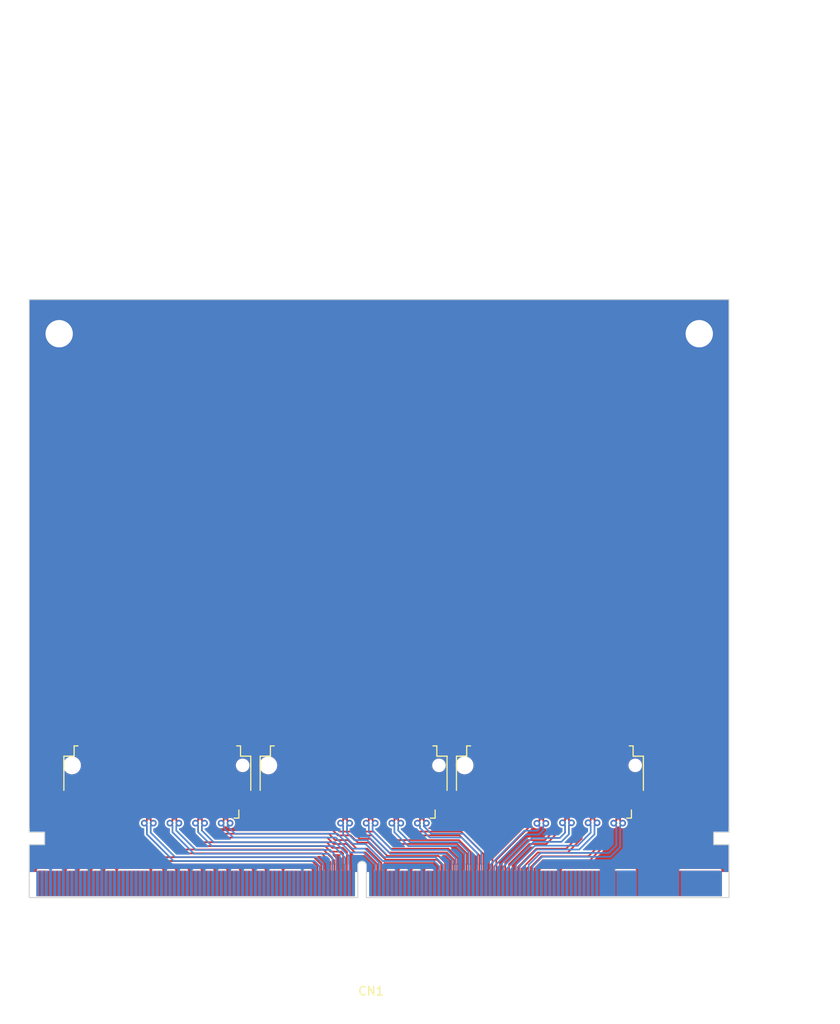
<source format=kicad_pcb>
(kicad_pcb (version 20221018) (generator pcbnew)
  (layers (0 "F.Cu" signal) (31 "B.Cu" signal) (34 "B.Paste" user) (35 "F.Paste" user) (36 "B.SilkS" user "B.Silkscreen") (37 "F.SilkS" user "F.Silkscreen") (38 "B.Mask" user) (39 "F.Mask" user) (44 "Edge.Cuts" user))
  (net 0 "")
  (net 155 "Net-(J1-3.3V-Pad12)")
  (net 184 "Net-(J2-3.3V-Pad12)")
  (net 213 "Net-(J3-3.3V-Pad12)")
  (net 242 "GND")
  (net 243 "Slot3_Tx3-")
  (net 244 "Slot3_Rx3-")
  (net 245 "Slot3_Tx3+")
  (net 246 "Slot3_Rx3+")
  (net 247 "Slot3_Tx2-")
  (net 248 "Slot3_Rx2-")
  (net 249 "Slot3_Tx2+")
  (net 250 "Slot3_Rx2+")
  (net 251 "Slot3_Tx1-")
  (net 252 "Slot3_Rx1-")
  (net 253 "Slot3_Tx1+")
  (net 254 "Slot3_Rx1+")
  (net 255 "Slot3_Tx0-")
  (net 256 "Slot3_Rx0-")
  (net 257 "Slot3_Tx0+")
  (net 258 "Slot3_Rx0+")
  (net 259 "Slot2_Tx3-")
  (net 260 "Slot2_Rx3-")
  (net 261 "Slot2_Tx3+")
  (net 262 "Slot2_Rx3+")
  (net 263 "Slot2_Tx2-")
  (net 264 "Slot2_Rx2-")
  (net 265 "Slot2_Tx2+")
  (net 266 "Slot2_Rx2+")
  (net 267 "Slot2_Tx1-")
  (net 268 "Slot2_Rx1-")
  (net 269 "Slot2_Tx1+")
  (net 270 "Slot2_Rx1+")
  (net 271 "Slot2_Tx0-")
  (net 272 "Slot2_Rx0-")
  (net 273 "Slot2_Tx0+")
  (net 274 "Slot2_Rx0+")
  (net 275 "Slot1_Tx3-")
  (net 276 "Slot1_Rx3-")
  (net 277 "Slot1_Tx3+")
  (net 278 "Slot1_Rx3+")
  (net 279 "Slot1_Rx2-")
  (net 280 "Slot1_Tx2-")
  (net 281 "Slot1_Rx2+")
  (net 282 "Slot1_Tx2+")
  (net 283 "Slot1_Rx1-")
  (net 284 "Slot1_Tx1-")
  (net 285 "Slot1_Rx1+")
  (net 286 "Slot1_Tx1+")
  (net 287 "Slot1_Rx0-")
  (net 288 "Slot1_Tx0-")
  (net 289 "Slot1_Rx0+")
  (net 290 "Slot1_Tx0+")
  (footprint "A_my_stuff:m-key" (layer "F.Cu") (at 88 132.5 180)
    (fp_text reference "J2")
    (fp_text value "Bus_M.2_Socket_M")
  )
  (footprint "MountingHole:MountingHole_3.2mm_M3_DIN965_Pad_TopBottom" (layer "F.Cu") (at 53.5 82)
    (fp_text reference "H1" hide)
    (fp_text value "MountingHole_Pad")
  )
  (footprint "MountingHole:MountingHole_3.2mm_M3_DIN965_Pad_TopBottom" (layer "F.Cu") (at 128.5 82)
    (fp_text reference "H2" hide)
    (fp_text value "MountingHole_Pad")
  )
  (footprint "A_my_stuff:m-key" (layer "F.Cu") (at 111 132.5 180)
    (fp_text reference "J3")
    (fp_text value "Bus_M.2_Socket_M")
  )
  (footprint "A_my_stuff:MXM-edge" (layer "F.Cu") (at 94.49 159.25)
    (fp_text reference "CN1")
    (fp_text value "AS0B826-S78B-7H")
    (fp_line (start -44.5 -18.9) (end -44.5 -19.4) (stroke (width 0.12)) (layer "Edge.Cuts"))
    (fp_line (start -44.5 -17.45) (end -42.7 -17.45) (stroke (width 0.12)) (layer "Edge.Cuts"))
    (fp_line (start -44.5 -11.25) (end -44.5 -17.45) (stroke (width 0.12)) (layer "Edge.Cuts"))
    (fp_line (start -42.7 -18.9) (end -44.5 -18.9) (stroke (width 0.12)) (layer "Edge.Cuts"))
    (fp_line (start -42.7 -17.45) (end -42.7 -18.9) (stroke (width 0.12)) (layer "Edge.Cuts"))
    (fp_line (start -6 -11.25) (end -44.5 -11.25) (stroke (width 0.12)) (layer "Edge.Cuts"))
    (fp_line (start -6 -11.25) (end -6 -15) (stroke (width 0.12)) (layer "Edge.Cuts"))
    (fp_line (start -5 -11.25) (end -5 -15) (stroke (width 0.12)) (layer "Edge.Cuts"))
    (fp_line (start 35.7 -18.9) (end 37.5 -18.9) (stroke (width 0.12)) (layer "Edge.Cuts"))
    (fp_line (start 35.7 -17.45) (end 35.7 -18.9) (stroke (width 0.12)) (layer "Edge.Cuts"))
    (fp_line (start 37.5 -18.9) (end 37.5 -19.4) (stroke (width 0.12)) (layer "Edge.Cuts"))
    (fp_line (start 37.5 -17.45) (end 35.7 -17.45) (stroke (width 0.12)) (layer "Edge.Cuts"))
    (fp_line (start 37.5 -11.25) (end -5 -11.25) (stroke (width 0.12)) (layer "Edge.Cuts"))
    (fp_line (start 37.5 -11.25) (end 37.5 -17.45) (stroke (width 0.12)) (layer "Edge.Cuts"))
    (fp_arc (start -6 -15) (mid -5.5 -15.5) (end -5 -15) (stroke (width 0.12)) (layer "Edge.Cuts"))
  )
  (footprint "A_my_stuff:m-key" (layer "F.Cu") (at 65 132.5 180)
    (fp_text reference "J1")
    (fp_text value "Bus_M.2_Socket_M")
  )
  (gr_line (start 49.99 139.85) (end 49.99 78) (stroke (width 0.1)) (layer "Edge.Cuts"))
  (gr_line (start 131.99 78) (end 131.99 139.85) (stroke (width 0.1)) (layer "Edge.Cuts"))
  (gr_line (start 49.99 78) (end 131.99 78) (stroke (width 0.1)) (layer "Edge.Cuts"))
  (segment (start 117.75 137.775) (end 117.75 138.937501) (width 0.2) (layer "F.Cu") (net 243))
  (segment (start 117.725 138.962501) (end 117.725 141.5932) (width 0.2) (layer "F.Cu") (net 243))
  (segment (start 117.725 141.5932) (end 115.698211 143.619989) (width 0.2) (layer "F.Cu") (net 243))
  (segment (start 110.198211 143.619989) (end 109.215 144.6032) (width 0.2) (layer "F.Cu") (net 243))
  (segment (start 109.215 145) (end 109.24 145.025) (width 0.2) (layer "F.Cu") (net 243))
  (segment (start 109.24 145.025) (end 109.24 146.35) (width 0.2) (layer "F.Cu") (net 243))
  (segment (start 109.215 144.6032) (end 109.215 145) (width 0.2) (layer "F.Cu") (net 243))
  (segment (start 115.698211 143.619989) (end 110.198211 143.619989) (width 0.2) (layer "F.Cu") (net 243))
  (segment (start 117.75 138.937501) (end 117.725 138.962501) (width 0.2) (layer "F.Cu") (net 243))
  (segment (start 119.225001 138.989292) (end 119.525 139.289291) (width 0.2) (layer "F.Cu") (net 244))
  (segment (start 119.25 137.775) (end 119.225001 137.799999) (width 0.2) (layer "F.Cu") (net 244))
  (segment (start 119.225001 137.799999) (end 119.225001 138.989292) (width 0.2) (layer "F.Cu") (net 244))
  (via (at 119.525 139.289291) (size 0.8) (drill 0.4) (layers "F.Cu" "B.Cu") (net 244))
  (segment (start 108.99 146.35) (end 108.99 145.025) (width 0.2) (layer "B.Cu") (net 244))
  (segment (start 119.225001 139.58929) (end 119.525 139.289291) (width 0.2) (layer "B.Cu") (net 244))
  (segment (start 119.225001 142.093199) (end 119.225001 139.58929) (width 0.2) (layer "B.Cu") (net 244))
  (segment (start 108.965 144.3532) (end 110.0932 143.225) (width 0.2) (layer "B.Cu") (net 244))
  (segment (start 108.965 145) (end 108.965 144.3532) (width 0.2) (layer "B.Cu") (net 244))
  (segment (start 108.99 145.025) (end 108.965 145) (width 0.2) (layer "B.Cu") (net 244))
  (segment (start 118.0932 143.225) (end 119.225001 142.093199) (width 0.2) (layer "B.Cu") (net 244))
  (segment (start 110.0932 143.225) (end 118.0932 143.225) (width 0.2) (layer "B.Cu") (net 244))
  (segment (start 117.25 137.775) (end 117.25 138.937501) (width 0.2) (layer "F.Cu") (net 245))
  (segment (start 117.25 138.937501) (end 117.275 138.962501) (width 0.2) (layer "F.Cu") (net 245))
  (segment (start 108.74 145.025) (end 108.74 146.35) (width 0.2) (layer "F.Cu") (net 245))
  (segment (start 117.275 138.962501) (end 117.275 141.4068) (width 0.2) (layer "F.Cu") (net 245))
  (segment (start 115.511811 143.169989) (end 110.011811 143.169989) (width 0.2) (layer "F.Cu") (net 245))
  (segment (start 117.275 141.4068) (end 115.511811 143.169989) (width 0.2) (layer "F.Cu") (net 245))
  (segment (start 108.765 144.4168) (end 108.765 145) (width 0.2) (layer "F.Cu") (net 245))
  (segment (start 110.011811 143.169989) (end 108.765 144.4168) (width 0.2) (layer "F.Cu") (net 245))
  (segment (start 108.765 145) (end 108.74 145.025) (width 0.2) (layer "F.Cu") (net 245))
  (segment (start 118.774999 138.989292) (end 118.475 139.289291) (width 0.2) (layer "F.Cu") (net 246))
  (segment (start 118.774999 137.799999) (end 118.774999 138.989292) (width 0.2) (layer "F.Cu") (net 246))
  (segment (start 118.75 137.775) (end 118.774999 137.799999) (width 0.2) (layer "F.Cu") (net 246))
  (via (at 118.475 139.289291) (size 0.8) (drill 0.4) (layers "F.Cu" "B.Cu") (net 246))
  (segment (start 108.515 144.1668) (end 109.9068 142.775) (width 0.2) (layer "B.Cu") (net 246))
  (segment (start 108.49 146.35) (end 108.49 145.025) (width 0.2) (layer "B.Cu") (net 246))
  (segment (start 117.9068 142.775) (end 118.774999 141.906801) (width 0.2) (layer "B.Cu") (net 246))
  (segment (start 118.774999 141.906801) (end 118.774999 139.58929) (width 0.2) (layer "B.Cu") (net 246))
  (segment (start 109.9068 142.775) (end 117.9068 142.775) (width 0.2) (layer "B.Cu") (net 246))
  (segment (start 108.49 145.025) (end 108.515 145) (width 0.2) (layer "B.Cu") (net 246))
  (segment (start 118.774999 139.58929) (end 118.475 139.289291) (width 0.2) (layer "B.Cu") (net 246))
  (segment (start 108.515 145) (end 108.515 144.1668) (width 0.2) (layer "B.Cu") (net 246))
  (segment (start 107.74 145.025) (end 107.715 145) (width 0.2) (layer "F.Cu") (net 247))
  (segment (start 114.725 141.0932) (end 114.725 138.962501) (width 0.2) (layer "F.Cu") (net 247))
  (segment (start 113.0932 142.725) (end 114.725 141.0932) (width 0.2) (layer "F.Cu") (net 247))
  (segment (start 107.715 144.6032) (end 109.5932 142.725) (width 0.2) (layer "F.Cu") (net 247))
  (segment (start 109.5932 142.725) (end 113.0932 142.725) (width 0.2) (layer "F.Cu") (net 247))
  (segment (start 107.74 146.35) (end 107.74 145.025) (width 0.2) (layer "F.Cu") (net 247))
  (segment (start 114.725 138.962501) (end 114.75 138.937501) (width 0.2) (layer "F.Cu") (net 247))
  (segment (start 114.75 138.937501) (end 114.75 137.775) (width 0.2) (layer "F.Cu") (net 247))
  (segment (start 107.715 145) (end 107.715 144.6032) (width 0.2) (layer "F.Cu") (net 247))
  (segment (start 116.25 137.775) (end 116.225001 137.799999) (width 0.2) (layer "F.Cu") (net 248))
  (segment (start 116.225001 138.950001) (end 116.525 139.25) (width 0.2) (layer "F.Cu") (net 248))
  (segment (start 116.225001 137.799999) (end 116.225001 138.950001) (width 0.2) (layer "F.Cu") (net 248))
  (via (at 116.525 139.25) (size 0.8) (drill 0.4) (layers "F.Cu" "B.Cu") (net 248))
  (segment (start 107.49 145.025) (end 107.465 145) (width 0.2) (layer "B.Cu") (net 248))
  (segment (start 116.225001 140.593199) (end 116.225001 139.549999) (width 0.2) (layer "B.Cu") (net 248))
  (segment (start 109.4427 142.3755) (end 114.4427 142.3755) (width 0.2) (layer "B.Cu") (net 248))
  (segment (start 116.225001 139.549999) (end 116.525 139.25) (width 0.2) (layer "B.Cu") (net 248))
  (segment (start 107.465 144.3532) (end 109.4427 142.3755) (width 0.2) (layer "B.Cu") (net 248))
  (segment (start 114.4427 142.3755) (end 116.225001 140.593199) (width 0.2) (layer "B.Cu") (net 248))
  (segment (start 107.465 145) (end 107.465 144.3532) (width 0.2) (layer "B.Cu") (net 248))
  (segment (start 107.49 146.35) (end 107.49 145.025) (width 0.2) (layer "B.Cu") (net 248))
  (segment (start 107.265 145) (end 107.265 144.4168) (width 0.2) (layer "F.Cu") (net 249))
  (segment (start 114.25 138.937501) (end 114.25 137.775) (width 0.2) (layer "F.Cu") (net 249))
  (segment (start 112.9068 142.275) (end 114.275 140.9068) (width 0.2) (layer "F.Cu") (net 249))
  (segment (start 114.275 140.9068) (end 114.275 138.962501) (width 0.2) (layer "F.Cu") (net 249))
  (segment (start 107.24 146.35) (end 107.24 145.025) (width 0.2) (layer "F.Cu") (net 249))
  (segment (start 114.275 138.962501) (end 114.25 138.937501) (width 0.2) (layer "F.Cu") (net 249))
  (segment (start 107.24 145.025) (end 107.265 145) (width 0.2) (layer "F.Cu") (net 249))
  (segment (start 109.4068 142.275) (end 112.9068 142.275) (width 0.2) (layer "F.Cu") (net 249))
  (segment (start 107.265 144.4168) (end 109.4068 142.275) (width 0.2) (layer "F.Cu") (net 249))
  (segment (start 115.774999 137.799999) (end 115.774999 138.950001) (width 0.2) (layer "F.Cu") (net 250))
  (segment (start 115.774999 138.950001) (end 115.475 139.25) (width 0.2) (layer "F.Cu") (net 250))
  (segment (start 115.75 137.775) (end 115.774999 137.799999) (width 0.2) (layer "F.Cu") (net 250))
  (via (at 115.475 139.25) (size 0.8) (drill 0.4) (layers "F.Cu" "B.Cu") (net 250))
  (segment (start 114.2563 141.9255) (end 115.774999 140.406801) (width 0.2) (layer "B.Cu") (net 250))
  (segment (start 115.774999 140.406801) (end 115.774999 139.549999) (width 0.2) (layer "B.Cu") (net 250))
  (segment (start 107.015 144.1668) (end 109.2563 141.9255) (width 0.2) (layer "B.Cu") (net 250))
  (segment (start 106.99 145.025) (end 107.015 145) (width 0.2) (layer "B.Cu") (net 250))
  (segment (start 115.774999 139.549999) (end 115.475 139.25) (width 0.2) (layer "B.Cu") (net 250))
  (segment (start 107.015 145) (end 107.015 144.1668) (width 0.2) (layer "B.Cu") (net 250))
  (segment (start 106.99 146.35) (end 106.99 145.025) (width 0.2) (layer "B.Cu") (net 250))
  (segment (start 109.2563 141.9255) (end 114.2563 141.9255) (width 0.2) (layer "B.Cu") (net 250))
  (segment (start 111.725 138.962501) (end 111.75 138.937501) (width 0.2) (layer "F.Cu") (net 251))
  (segment (start 106.215 144.1032) (end 108.5932 141.725) (width 0.2) (layer "F.Cu") (net 251))
  (segment (start 111.75 138.937501) (end 111.75 137.775) (width 0.2) (layer "F.Cu") (net 251))
  (segment (start 108.5932 141.725) (end 110.5932 141.725) (width 0.2) (layer "F.Cu") (net 251))
  (segment (start 110.5932 141.725) (end 111.725 140.5932) (width 0.2) (layer "F.Cu") (net 251))
  (segment (start 111.725 140.5932) (end 111.725 138.962501) (width 0.2) (layer "F.Cu") (net 251))
  (segment (start 106.24 145.025) (end 106.215 145) (width 0.2) (layer "F.Cu") (net 251))
  (segment (start 106.24 146.35) (end 106.24 145.025) (width 0.2) (layer "F.Cu") (net 251))
  (segment (start 106.215 145) (end 106.215 144.1032) (width 0.2) (layer "F.Cu") (net 251))
  (segment (start 113.225001 138.950001) (end 113.525 139.25) (width 0.2) (layer "F.Cu") (net 252))
  (segment (start 113.25 137.775) (end 113.225001 137.799999) (width 0.2) (layer "F.Cu") (net 252))
  (segment (start 113.225001 137.799999) (end 113.225001 138.950001) (width 0.2) (layer "F.Cu") (net 252))
  (via (at 113.525 139.25) (size 0.8) (drill 0.4) (layers "F.Cu" "B.Cu") (net 252))
  (segment (start 109.0932 141.475) (end 112.3432 141.475) (width 0.2) (layer "B.Cu") (net 252))
  (segment (start 112.3432 141.475) (end 113.225001 140.593199) (width 0.2) (layer "B.Cu") (net 252))
  (segment (start 105.965 144.6032) (end 109.0932 141.475) (width 0.2) (layer "B.Cu") (net 252))
  (segment (start 105.965 145) (end 105.965 144.6032) (width 0.2) (layer "B.Cu") (net 252))
  (segment (start 105.99 145.025) (end 105.965 145) (width 0.2) (layer "B.Cu") (net 252))
  (segment (start 113.225001 139.549999) (end 113.525 139.25) (width 0.2) (layer "B.Cu") (net 252))
  (segment (start 113.225001 140.593199) (end 113.225001 139.549999) (width 0.2) (layer "B.Cu") (net 252))
  (segment (start 105.99 146.35) (end 105.99 145.025) (width 0.2) (layer "B.Cu") (net 252))
  (segment (start 105.74 145.025) (end 105.765 145) (width 0.2) (layer "F.Cu") (net 253))
  (segment (start 111.275 140.4068) (end 111.275 138.962501) (width 0.2) (layer "F.Cu") (net 253))
  (segment (start 111.25 138.937501) (end 111.25 137.775) (width 0.2) (layer "F.Cu") (net 253))
  (segment (start 111.275 138.962501) (end 111.25 138.937501) (width 0.2) (layer "F.Cu") (net 253))
  (segment (start 110.4068 141.275) (end 111.275 140.4068) (width 0.2) (layer "F.Cu") (net 253))
  (segment (start 105.765 143.9168) (end 108.4068 141.275) (width 0.2) (layer "F.Cu") (net 253))
  (segment (start 105.765 145) (end 105.765 143.9168) (width 0.2) (layer "F.Cu") (net 253))
  (segment (start 108.4068 141.275) (end 110.4068 141.275) (width 0.2) (layer "F.Cu") (net 253))
  (segment (start 105.74 146.35) (end 105.74 145.025) (width 0.2) (layer "F.Cu") (net 253))
  (segment (start 112.75 137.775) (end 112.774999 137.799999) (width 0.2) (layer "F.Cu") (net 254))
  (segment (start 112.774999 138.950001) (end 112.475 139.25) (width 0.2) (layer "F.Cu") (net 254))
  (segment (start 112.774999 137.799999) (end 112.774999 138.950001) (width 0.2) (layer "F.Cu") (net 254))
  (via (at 112.475 139.25) (size 0.8) (drill 0.4) (layers "F.Cu" "B.Cu") (net 254))
  (segment (start 112.774999 140.406801) (end 112.774999 139.549999) (width 0.2) (layer "B.Cu") (net 254))
  (segment (start 105.515 144.4168) (end 108.9068 141.025) (width 0.2) (layer "B.Cu") (net 254))
  (segment (start 105.49 145.025) (end 105.515 145) (width 0.2) (layer "B.Cu") (net 254))
  (segment (start 105.49 146.35) (end 105.49 145.025) (width 0.2) (layer "B.Cu") (net 254))
  (segment (start 112.774999 139.549999) (end 112.475 139.25) (width 0.2) (layer "B.Cu") (net 254))
  (segment (start 105.515 145) (end 105.515 144.4168) (width 0.2) (layer "B.Cu") (net 254))
  (segment (start 112.1568 141.025) (end 112.774999 140.406801) (width 0.2) (layer "B.Cu") (net 254))
  (segment (start 108.9068 141.025) (end 112.1568 141.025) (width 0.2) (layer "B.Cu") (net 254))
  (segment (start 108.725 138.962501) (end 108.75 138.937501) (width 0.2) (layer "F.Cu") (net 255))
  (segment (start 108.75 138.937501) (end 108.75 137.775) (width 0.2) (layer "F.Cu") (net 255))
  (segment (start 104.715 144.074999) (end 104.715 143.6032) (width 0.2) (layer "F.Cu") (net 255))
  (segment (start 104.74 144.099999) (end 104.715 144.074999) (width 0.2) (layer "F.Cu") (net 255))
  (segment (start 108.725 139.5932) (end 108.725 138.962501) (width 0.2) (layer "F.Cu") (net 255))
  (segment (start 104.74 146.35) (end 104.74 144.099999) (width 0.2) (layer "F.Cu") (net 255))
  (segment (start 104.715 143.6032) (end 108.725 139.5932) (width 0.2) (layer "F.Cu") (net 255))
  (segment (start 110.25 137.775) (end 110.225001 137.799999) (width 0.2) (layer "F.Cu") (net 256))
  (segment (start 110.225001 137.799999) (end 110.225001 139.011624) (width 0.2) (layer "F.Cu") (net 256))
  (segment (start 110.225001 139.011624) (end 110.525 139.311623) (width 0.2) (layer "F.Cu") (net 256))
  (via (at 110.525 139.311623) (size 0.8) (drill 0.4) (layers "F.Cu" "B.Cu") (net 256))
  (segment (start 110.225001 140.093199) (end 109.6927 140.6255) (width 0.2) (layer "B.Cu") (net 256))
  (segment (start 110.225001 139.611622) (end 110.225001 140.093199) (width 0.2) (layer "B.Cu") (net 256))
  (segment (start 109.6927 140.6255) (end 108.1927 140.6255) (width 0.2) (layer "B.Cu") (net 256))
  (segment (start 108.1927 140.6255) (end 104.465 144.3532) (width 0.2) (layer "B.Cu") (net 256))
  (segment (start 104.49 145.025) (end 104.49 146.35) (width 0.2) (layer "B.Cu") (net 256))
  (segment (start 104.465 145) (end 104.49 145.025) (width 0.2) (layer "B.Cu") (net 256))
  (segment (start 110.525 139.311623) (end 110.225001 139.611622) (width 0.2) (layer "B.Cu") (net 256))
  (segment (start 104.465 144.3532) (end 104.465 145) (width 0.2) (layer "B.Cu") (net 256))
  (segment (start 108.275 139.4068) (end 108.275 138.962501) (width 0.2) (layer "F.Cu") (net 257))
  (segment (start 104.265 143.4168) (end 108.275 139.4068) (width 0.2) (layer "F.Cu") (net 257))
  (segment (start 104.265 144.074999) (end 104.265 143.4168) (width 0.2) (layer "F.Cu") (net 257))
  (segment (start 108.275 138.962501) (end 108.25 138.937501) (width 0.2) (layer "F.Cu") (net 257))
  (segment (start 108.25 138.937501) (end 108.25 137.775) (width 0.2) (layer "F.Cu") (net 257))
  (segment (start 104.24 146.35) (end 104.24 144.099999) (width 0.2) (layer "F.Cu") (net 257))
  (segment (start 104.24 144.099999) (end 104.265 144.074999) (width 0.2) (layer "F.Cu") (net 257))
  (segment (start 109.75 137.775) (end 109.774999 137.799999) (width 0.2) (layer "F.Cu") (net 258))
  (segment (start 109.774999 139.011624) (end 109.475 139.311623) (width 0.2) (layer "F.Cu") (net 258))
  (segment (start 109.774999 137.799999) (end 109.774999 139.011624) (width 0.2) (layer "F.Cu") (net 258))
  (via (at 109.475 139.311623) (size 0.8) (drill 0.4) (layers "F.Cu" "B.Cu") (net 258))
  (segment (start 109.774999 139.611622) (end 109.774999 139.906801) (width 0.2) (layer "B.Cu") (net 258))
  (segment (start 108.0063 140.1755) (end 104.015 144.1668) (width 0.2) (layer "B.Cu") (net 258))
  (segment (start 104.015 144.1668) (end 104.015 145) (width 0.2) (layer "B.Cu") (net 258))
  (segment (start 109.5063 140.1755) (end 108.0063 140.1755) (width 0.2) (layer "B.Cu") (net 258))
  (segment (start 103.99 145.025) (end 103.99 146.35) (width 0.2) (layer "B.Cu") (net 258))
  (segment (start 109.475 139.311623) (end 109.774999 139.611622) (width 0.2) (layer "B.Cu") (net 258))
  (segment (start 104.015 145) (end 103.99 145.025) (width 0.2) (layer "B.Cu") (net 258))
  (segment (start 109.774999 139.906801) (end 109.5063 140.1755) (width 0.2) (layer "B.Cu") (net 258))
  (segment (start 100.5932 140.275) (end 95.0932 140.275) (width 0.2) (layer "F.Cu") (net 259))
  (segment (start 94.75 138.937501) (end 94.75 137.775) (width 0.2) (layer "F.Cu") (net 259))
  (segment (start 94.725 138.962501) (end 94.75 138.937501) (width 0.2) (layer "F.Cu") (net 259))
  (segment (start 103.215 144.074999) (end 103.215 142.8968) (width 0.2) (layer "F.Cu") (net 259))
  (segment (start 103.24 146.35) (end 103.24 144.099999) (width 0.2) (layer "F.Cu") (net 259))
  (segment (start 95.0932 140.275) (end 94.725 139.9068) (width 0.2) (layer "F.Cu") (net 259))
  (segment (start 94.725 139.9068) (end 94.725 138.962501) (width 0.2) (layer "F.Cu") (net 259))
  (segment (start 103.215 142.8968) (end 100.5932 140.275) (width 0.2) (layer "F.Cu") (net 259))
  (segment (start 103.24 144.099999) (end 103.215 144.074999) (width 0.2) (layer "F.Cu") (net 259))
  (segment (start 96.225001 138.989292) (end 96.525 139.289291) (width 0.2) (layer "F.Cu") (net 260))
  (segment (start 96.225001 137.799999) (end 96.225001 138.989292) (width 0.2) (layer "F.Cu") (net 260))
  (segment (start 96.25 137.775) (end 96.225001 137.799999) (width 0.2) (layer "F.Cu") (net 260))
  (via (at 96.525 139.289291) (size 0.8) (drill 0.4) (layers "F.Cu" "B.Cu") (net 260))
  (segment (start 102.965 144.074999) (end 102.965 142.6468) (width 0.2) (layer "B.Cu") (net 260))
  (segment (start 97.0932 140.525) (end 96.225001 139.656801) (width 0.2) (layer "B.Cu") (net 260))
  (segment (start 96.225001 139.656801) (end 96.225001 139.58929) (width 0.2) (layer "B.Cu") (net 260))
  (segment (start 102.99 144.099999) (end 102.965 144.074999) (width 0.2) (layer "B.Cu") (net 260))
  (segment (start 102.965 142.6468) (end 100.8432 140.525) (width 0.2) (layer "B.Cu") (net 260))
  (segment (start 102.99 146.35) (end 102.99 144.099999) (width 0.2) (layer "B.Cu") (net 260))
  (segment (start 100.8432 140.525) (end 97.0932 140.525) (width 0.2) (layer "B.Cu") (net 260))
  (segment (start 96.225001 139.58929) (end 96.525 139.289291) (width 0.2) (layer "B.Cu") (net 260))
  (segment (start 94.9068 140.725) (end 94.275 140.0932) (width 0.2) (layer "F.Cu") (net 261))
  (segment (start 102.74 146.35) (end 102.74 144.099999) (width 0.2) (layer "F.Cu") (net 261))
  (segment (start 102.765 144.074999) (end 102.765 143.0832) (width 0.2) (layer "F.Cu") (net 261))
  (segment (start 94.275 138.962501) (end 94.25 138.937501) (width 0.2) (layer "F.Cu") (net 261))
  (segment (start 94.275 140.0932) (end 94.275 138.962501) (width 0.2) (layer "F.Cu") (net 261))
  (segment (start 102.765 143.0832) (end 100.4068 140.725) (width 0.2) (layer "F.Cu") (net 261))
  (segment (start 100.4068 140.725) (end 94.9068 140.725) (width 0.2) (layer "F.Cu") (net 261))
  (segment (start 102.74 144.099999) (end 102.765 144.074999) (width 0.2) (layer "F.Cu") (net 261))
  (segment (start 94.25 138.937501) (end 94.25 137.775) (width 0.2) (layer "F.Cu") (net 261))
  (segment (start 95.774999 138.989292) (end 95.475 139.289291) (width 0.2) (layer "F.Cu") (net 262))
  (segment (start 95.75 137.775) (end 95.774999 137.799999) (width 0.2) (layer "F.Cu") (net 262))
  (segment (start 95.774999 137.799999) (end 95.774999 138.989292) (width 0.2) (layer "F.Cu") (net 262))
  (via (at 95.475 139.289291) (size 0.8) (drill 0.4) (layers "F.Cu" "B.Cu") (net 262))
  (segment (start 95.774999 139.58929) (end 95.475 139.289291) (width 0.2) (layer "B.Cu") (net 262))
  (segment (start 102.49 146.35) (end 102.49 144.099999) (width 0.2) (layer "B.Cu") (net 262))
  (segment (start 96.9068 140.975) (end 95.774999 139.843199) (width 0.2) (layer "B.Cu") (net 262))
  (segment (start 100.6568 140.975) (end 96.9068 140.975) (width 0.2) (layer "B.Cu") (net 262))
  (segment (start 95.774999 139.843199) (end 95.774999 139.58929) (width 0.2) (layer "B.Cu") (net 262))
  (segment (start 102.515 142.8332) (end 100.6568 140.975) (width 0.2) (layer "B.Cu") (net 262))
  (segment (start 102.515 144.074999) (end 102.515 142.8332) (width 0.2) (layer "B.Cu") (net 262))
  (segment (start 102.49 144.099999) (end 102.515 144.074999) (width 0.2) (layer "B.Cu") (net 262))
  (segment (start 101.74 144.099999) (end 101.715 144.074999) (width 0.2) (layer "F.Cu") (net 263))
  (segment (start 92.8432 141.275) (end 91.725 140.1568) (width 0.2) (layer "F.Cu") (net 263))
  (segment (start 100.3432 141.275) (end 92.8432 141.275) (width 0.2) (layer "F.Cu") (net 263))
  (segment (start 101.715 142.6468) (end 100.3432 141.275) (width 0.2) (layer "F.Cu") (net 263))
  (segment (start 91.75 138.937501) (end 91.75 137.775) (width 0.2) (layer "F.Cu") (net 263))
  (segment (start 101.715 144.074999) (end 101.715 142.6468) (width 0.2) (layer "F.Cu") (net 263))
  (segment (start 91.725 138.962501) (end 91.75 138.937501) (width 0.2) (layer "F.Cu") (net 263))
  (segment (start 101.74 146.35) (end 101.74 144.099999) (width 0.2) (layer "F.Cu") (net 263))
  (segment (start 91.725 140.1568) (end 91.725 138.962501) (width 0.2) (layer "F.Cu") (net 263))
  (segment (start 93.225001 137.799999) (end 93.225001 138.989292) (width 0.2) (layer "F.Cu") (net 264))
  (segment (start 93.25 137.775) (end 93.225001 137.799999) (width 0.2) (layer "F.Cu") (net 264))
  (segment (start 93.225001 138.989292) (end 93.525 139.289291) (width 0.2) (layer "F.Cu") (net 264))
  (via (at 93.525 139.289291) (size 0.8) (drill 0.4) (layers "F.Cu" "B.Cu") (net 264))
  (segment (start 101.465 144.074999) (end 101.465 142.6468) (width 0.2) (layer "B.Cu") (net 264))
  (segment (start 93.225001 140.156801) (end 93.225001 139.58929) (width 0.2) (layer "B.Cu") (net 264))
  (segment (start 101.49 146.35) (end 101.49 144.099999) (width 0.2) (layer "B.Cu") (net 264))
  (segment (start 94.5932 141.525) (end 93.225001 140.156801) (width 0.2) (layer "B.Cu") (net 264))
  (segment (start 93.225001 139.58929) (end 93.525 139.289291) (width 0.2) (layer "B.Cu") (net 264))
  (segment (start 101.465 142.6468) (end 100.3432 141.525) (width 0.2) (layer "B.Cu") (net 264))
  (segment (start 100.3432 141.525) (end 94.5932 141.525) (width 0.2) (layer "B.Cu") (net 264))
  (segment (start 101.49 144.099999) (end 101.465 144.074999) (width 0.2) (layer "B.Cu") (net 264))
  (segment (start 92.6568 141.725) (end 91.275 140.3432) (width 0.2) (layer "F.Cu") (net 265))
  (segment (start 100.1568 141.725) (end 92.6568 141.725) (width 0.2) (layer "F.Cu") (net 265))
  (segment (start 91.25 138.937501) (end 91.25 137.775) (width 0.2) (layer "F.Cu") (net 265))
  (segment (start 101.265 142.8332) (end 100.1568 141.725) (width 0.2) (layer "F.Cu") (net 265))
  (segment (start 101.24 146.35) (end 101.24 144.099999) (width 0.2) (layer "F.Cu") (net 265))
  (segment (start 101.265 144.074999) (end 101.265 142.8332) (width 0.2) (layer "F.Cu") (net 265))
  (segment (start 91.275 140.3432) (end 91.275 138.962501) (width 0.2) (layer "F.Cu") (net 265))
  (segment (start 101.24 144.099999) (end 101.265 144.074999) (width 0.2) (layer "F.Cu") (net 265))
  (segment (start 91.275 138.962501) (end 91.25 138.937501) (width 0.2) (layer "F.Cu") (net 265))
  (segment (start 92.75 137.775) (end 92.774999 137.799999) (width 0.2) (layer "F.Cu") (net 266))
  (segment (start 92.774999 137.799999) (end 92.774999 138.989292) (width 0.2) (layer "F.Cu") (net 266))
  (segment (start 92.774999 138.989292) (end 92.475 139.289291) (width 0.2) (layer "F.Cu") (net 266))
  (via (at 92.475 139.289291) (size 0.8) (drill 0.4) (layers "F.Cu" "B.Cu") (net 266))
  (segment (start 92.774999 140.343199) (end 92.774999 139.58929) (width 0.2) (layer "B.Cu") (net 266))
  (segment (start 92.774999 139.58929) (end 92.475 139.289291) (width 0.2) (layer "B.Cu") (net 266))
  (segment (start 100.99 144.099999) (end 101.015 144.074999) (width 0.2) (layer "B.Cu") (net 266))
  (segment (start 101.015 144.074999) (end 101.015 142.8332) (width 0.2) (layer "B.Cu") (net 266))
  (segment (start 101.015 142.8332) (end 100.1568 141.975) (width 0.2) (layer "B.Cu") (net 266))
  (segment (start 100.99 146.35) (end 100.99 144.099999) (width 0.2) (layer "B.Cu") (net 266))
  (segment (start 100.1568 141.975) (end 94.4068 141.975) (width 0.2) (layer "B.Cu") (net 266))
  (segment (start 94.4068 141.975) (end 92.774999 140.343199) (width 0.2) (layer "B.Cu") (net 266))
  (segment (start 89.0932 140.275) (end 88.725 139.9068) (width 0.2) (layer "F.Cu") (net 267))
  (segment (start 88.725 139.9068) (end 88.725 138.962501) (width 0.2) (layer "F.Cu") (net 267))
  (segment (start 100.24 144.099999) (end 100.215 144.074999) (width 0.2) (layer "F.Cu") (net 267))
  (segment (start 92.3432 142.275) (end 90.3432 140.275) (width 0.2) (layer "F.Cu") (net 267))
  (segment (start 88.75 138.937501) (end 88.75 137.775) (width 0.2) (layer "F.Cu") (net 267))
  (segment (start 100.215 143.3968) (end 99.0932 142.275) (width 0.2) (layer "F.Cu") (net 267))
  (segment (start 88.725 138.962501) (end 88.75 138.937501) (width 0.2) (layer "F.Cu") (net 267))
  (segment (start 100.24 146.35) (end 100.24 144.099999) (width 0.2) (layer "F.Cu") (net 267))
  (segment (start 100.215 144.074999) (end 100.215 143.3968) (width 0.2) (layer "F.Cu") (net 267))
  (segment (start 90.3432 140.275) (end 89.0932 140.275) (width 0.2) (layer "F.Cu") (net 267))
  (segment (start 99.0932 142.275) (end 92.3432 142.275) (width 0.2) (layer "F.Cu") (net 267))
  (segment (start 90.225001 137.799999) (end 90.225001 138.989292) (width 0.2) (layer "F.Cu") (net 268))
  (segment (start 90.225001 138.989292) (end 90.525 139.289291) (width 0.2) (layer "F.Cu") (net 268))
  (segment (start 90.25 137.775) (end 90.225001 137.799999) (width 0.2) (layer "F.Cu") (net 268))
  (via (at 90.525 139.289291) (size 0.8) (drill 0.4) (layers "F.Cu" "B.Cu") (net 268))
  (segment (start 99.965 143.3968) (end 98.988189 142.419989) (width 0.2) (layer "B.Cu") (net 268))
  (segment (start 98.988189 142.419989) (end 92.488189 142.419989) (width 0.2) (layer "B.Cu") (net 268))
  (segment (start 90.225001 139.58929) (end 90.525 139.289291) (width 0.2) (layer "B.Cu") (net 268))
  (segment (start 99.99 146.35) (end 99.99 144.099999) (width 0.2) (layer "B.Cu") (net 268))
  (segment (start 90.225001 140.156801) (end 90.225001 139.58929) (width 0.2) (layer "B.Cu") (net 268))
  (segment (start 99.965 144.074999) (end 99.965 143.3968) (width 0.2) (layer "B.Cu") (net 268))
  (segment (start 92.488189 142.419989) (end 90.225001 140.156801) (width 0.2) (layer "B.Cu") (net 268))
  (segment (start 99.99 144.099999) (end 99.965 144.074999) (width 0.2) (layer "B.Cu") (net 268))
  (segment (start 99.74 144.099999) (end 99.765 144.074999) (width 0.2) (layer "F.Cu") (net 269))
  (segment (start 90.1568 140.725) (end 88.9068 140.725) (width 0.2) (layer "F.Cu") (net 269))
  (segment (start 88.25 138.937501) (end 88.25 137.775) (width 0.2) (layer "F.Cu") (net 269))
  (segment (start 98.9068 142.725) (end 92.1568 142.725) (width 0.2) (layer "F.Cu") (net 269))
  (segment (start 99.74 146.35) (end 99.74 144.099999) (width 0.2) (layer "F.Cu") (net 269))
  (segment (start 92.1568 142.725) (end 90.1568 140.725) (width 0.2) (layer "F.Cu") (net 269))
  (segment (start 99.765 144.074999) (end 99.765 143.5832) (width 0.2) (layer "F.Cu") (net 269))
  (segment (start 99.765 143.5832) (end 98.9068 142.725) (width 0.2) (layer "F.Cu") (net 269))
  (segment (start 88.275 138.962501) (end 88.25 138.937501) (width 0.2) (layer "F.Cu") (net 269))
  (segment (start 88.275 140.0932) (end 88.275 138.962501) (width 0.2) (layer "F.Cu") (net 269))
  (segment (start 88.9068 140.725) (end 88.275 140.0932) (width 0.2) (layer "F.Cu") (net 269))
  (segment (start 89.774999 137.799999) (end 89.774999 138.989292) (width 0.2) (layer "F.Cu") (net 270))
  (segment (start 89.75 137.775) (end 89.774999 137.799999) (width 0.2) (layer "F.Cu") (net 270))
  (segment (start 89.774999 138.989292) (end 89.475 139.289291) (width 0.2) (layer "F.Cu") (net 270))
  (via (at 89.475 139.289291) (size 0.8) (drill 0.4) (layers "F.Cu" "B.Cu") (net 270))
  (segment (start 89.774999 140.343199) (end 89.774999 139.58929) (width 0.2) (layer "B.Cu") (net 270))
  (segment (start 99.49 144.099999) (end 99.515 144.074999) (width 0.2) (layer "B.Cu") (net 270))
  (segment (start 92.301789 142.869989) (end 89.774999 140.343199) (width 0.2) (layer "B.Cu") (net 270))
  (segment (start 99.49 146.35) (end 99.49 144.099999) (width 0.2) (layer "B.Cu") (net 270))
  (segment (start 89.774999 139.58929) (end 89.475 139.289291) (width 0.2) (layer "B.Cu") (net 270))
  (segment (start 98.801789 142.869989) (end 92.301789 142.869989) (width 0.2) (layer "B.Cu") (net 270))
  (segment (start 99.515 143.5832) (end 98.801789 142.869989) (width 0.2) (layer "B.Cu") (net 270))
  (segment (start 99.515 144.074999) (end 99.515 143.5832) (width 0.2) (layer "B.Cu") (net 270))
  (segment (start 98.74 145.025) (end 98.74 146.35) (width 0.2) (layer "F.Cu") (net 271))
  (segment (start 85.725 139.6568) (end 86.3432 140.275) (width 0.2) (layer "F.Cu") (net 271))
  (segment (start 85.725 138.962501) (end 85.725 139.6568) (width 0.2) (layer "F.Cu") (net 271))
  (segment (start 87.8432 140.275) (end 88.6927 141.1245) (width 0.2) (layer "F.Cu") (net 271))
  (segment (start 98.715 145) (end 98.74 145.025) (width 0.2) (layer "F.Cu") (net 271))
  (segment (start 86.3432 140.275) (end 87.8432 140.275) (width 0.2) (layer "F.Cu") (net 271))
  (segment (start 91.9427 143.1245) (end 97.9427 143.1245) (width 0.2) (layer "F.Cu") (net 271))
  (segment (start 89.9427 141.1245) (end 91.9427 143.1245) (width 0.2) (layer "F.Cu") (net 271))
  (segment (start 85.75 137.775) (end 85.75 138.937501) (width 0.2) (layer "F.Cu") (net 271))
  (segment (start 97.9427 143.1245) (end 98.715 143.8968) (width 0.2) (layer "F.Cu") (net 271))
  (segment (start 98.715 143.8968) (end 98.715 145) (width 0.2) (layer "F.Cu") (net 271))
  (segment (start 85.75 138.937501) (end 85.725 138.962501) (width 0.2) (layer "F.Cu") (net 271))
  (segment (start 88.6927 141.1245) (end 89.9427 141.1245) (width 0.2) (layer "F.Cu") (net 271))
  (segment (start 87.225001 138.989292) (end 87.525 139.289291) (width 0.2) (layer "F.Cu") (net 272))
  (segment (start 87.25 137.775) (end 87.225001 137.799999) (width 0.2) (layer "F.Cu") (net 272))
  (segment (start 87.225001 137.799999) (end 87.225001 138.989292) (width 0.2) (layer "F.Cu") (net 272))
  (via (at 87.525 139.289291) (size 0.8) (drill 0.4) (layers "F.Cu" "B.Cu") (net 272))
  (segment (start 87.225001 139.58929) (end 87.525 139.289291) (width 0.2) (layer "B.Cu") (net 272))
  (segment (start 98.49 145.025) (end 98.465 145) (width 0.2) (layer "B.Cu") (net 272))
  (segment (start 97.5932 143.275) (end 91.5932 143.275) (width 0.2) (layer "B.Cu") (net 272))
  (segment (start 98.465 144.1468) (end 97.5932 143.275) (width 0.2) (layer "B.Cu") (net 272))
  (segment (start 89.5932 141.275) (end 88.0932 141.275) (width 0.2) (layer "B.Cu") (net 272))
  (segment (start 98.465 145) (end 98.465 144.1468) (width 0.2) (layer "B.Cu") (net 272))
  (segment (start 88.0932 141.275) (end 87.225001 140.406801) (width 0.2) (layer "B.Cu") (net 272))
  (segment (start 98.49 146.35) (end 98.49 145.025) (width 0.2) (layer "B.Cu") (net 272))
  (segment (start 87.225001 140.406801) (end 87.225001 139.58929) (width 0.2) (layer "B.Cu") (net 272))
  (segment (start 91.5932 143.275) (end 89.5932 141.275) (width 0.2) (layer "B.Cu") (net 272))
  (segment (start 91.7563 143.5745) (end 97.7563 143.5745) (width 0.2) (layer "F.Cu") (net 273))
  (segment (start 86.1568 140.725) (end 87.6568 140.725) (width 0.2) (layer "F.Cu") (net 273))
  (segment (start 85.25 138.937501) (end 85.275 138.962501) (width 0.2) (layer "F.Cu") (net 273))
  (segment (start 98.265 145) (end 98.24 145.025) (width 0.2) (layer "F.Cu") (net 273))
  (segment (start 88.5063 141.5745) (end 89.7563 141.5745) (width 0.2) (layer "F.Cu") (net 273))
  (segment (start 85.275 138.962501) (end 85.275 139.8432) (width 0.2) (layer "F.Cu") (net 273))
  (segment (start 89.7563 141.5745) (end 91.7563 143.5745) (width 0.2) (layer "F.Cu") (net 273))
  (segment (start 85.25 137.775) (end 85.25 138.937501) (width 0.2) (layer "F.Cu") (net 273))
  (segment (start 85.275 139.8432) (end 86.1568 140.725) (width 0.2) (layer "F.Cu") (net 273))
  (segment (start 97.7563 143.5745) (end 98.265 144.0832) (width 0.2) (layer "F.Cu") (net 273))
  (segment (start 98.24 145.025) (end 98.24 146.35) (width 0.2) (layer "F.Cu") (net 273))
  (segment (start 98.265 144.0832) (end 98.265 145) (width 0.2) (layer "F.Cu") (net 273))
  (segment (start 87.6568 140.725) (end 88.5063 141.5745) (width 0.2) (layer "F.Cu") (net 273))
  (segment (start 86.75 137.775) (end 86.774999 137.799999) (width 0.2) (layer "F.Cu") (net 274))
  (segment (start 86.774999 138.989292) (end 86.475 139.289291) (width 0.2) (layer "F.Cu") (net 274))
  (segment (start 86.774999 137.799999) (end 86.774999 138.989292) (width 0.2) (layer "F.Cu") (net 274))
  (via (at 86.475 139.289291) (size 0.8) (drill 0.4) (layers "F.Cu" "B.Cu") (net 274))
  (segment (start 86.774999 140.593199) (end 86.774999 139.58929) (width 0.2) (layer "B.Cu") (net 274))
  (segment (start 98.015 145) (end 98.015 144.3332) (width 0.2) (layer "B.Cu") (net 274))
  (segment (start 97.99 145.025) (end 98.015 145) (width 0.2) (layer "B.Cu") (net 274))
  (segment (start 91.4068 143.725) (end 89.4068 141.725) (width 0.2) (layer "B.Cu") (net 274))
  (segment (start 86.774999 139.58929) (end 86.475 139.289291) (width 0.2) (layer "B.Cu") (net 274))
  (segment (start 87.9068 141.725) (end 86.774999 140.593199) (width 0.2) (layer "B.Cu") (net 274))
  (segment (start 97.4068 143.725) (end 91.4068 143.725) (width 0.2) (layer "B.Cu") (net 274))
  (segment (start 97.99 146.35) (end 97.99 145.025) (width 0.2) (layer "B.Cu") (net 274))
  (segment (start 89.4068 141.725) (end 87.9068 141.725) (width 0.2) (layer "B.Cu") (net 274))
  (segment (start 98.015 144.3332) (end 97.4068 143.725) (width 0.2) (layer "B.Cu") (net 274))
  (segment (start 72.3432 140.525) (end 71.725 139.9068) (width 0.2) (layer "F.Cu") (net 275))
  (segment (start 71.75 138.937501) (end 71.75 137.775) (width 0.2) (layer "F.Cu") (net 275))
  (segment (start 91.24 146.35) (end 91.24 145.025) (width 0.2) (layer "F.Cu") (net 275))
  (segment (start 71.725 139.9068) (end 71.725 138.962501) (width 0.2) (layer "F.Cu") (net 275))
  (segment (start 87.3432 141.275) (end 85.8432 141.275) (width 0.2) (layer "F.Cu") (net 275))
  (segment (start 85.8432 141.275) (end 85.0932 140.525) (width 0.2) (layer "F.Cu") (net 275))
  (segment (start 91.24 145.025) (end 91.215 145) (width 0.2) (layer "F.Cu") (net 275))
  (segment (start 89.5932 142.275) (end 88.3432 142.275) (width 0.2) (layer "F.Cu") (net 275))
  (segment (start 91.215 143.8968) (end 89.5932 142.275) (width 0.2) (layer "F.Cu") (net 275))
  (segment (start 88.3432 142.275) (end 87.3432 141.275) (width 0.2) (layer "F.Cu") (net 275))
  (segment (start 85.0932 140.525) (end 72.3432 140.525) (width 0.2) (layer "F.Cu") (net 275))
  (segment (start 71.725 138.962501) (end 71.75 138.937501) (width 0.2) (layer "F.Cu") (net 275))
  (segment (start 91.215 145) (end 91.215 143.8968) (width 0.2) (layer "F.Cu") (net 275))
  (segment (start 73.225001 137.799999) (end 73.225001 138.989292) (width 0.2) (layer "F.Cu") (net 276))
  (segment (start 73.225001 138.989292) (end 73.525 139.289291) (width 0.2) (layer "F.Cu") (net 276))
  (segment (start 73.25 137.775) (end 73.225001 137.799999) (width 0.2) (layer "F.Cu") (net 276))
  (via (at 73.525 139.289291) (size 0.8) (drill 0.4) (layers "F.Cu" "B.Cu") (net 276))
  (segment (start 90.99 146.35) (end 90.99 145.025) (width 0.2) (layer "B.Cu") (net 276))
  (segment (start 73.225001 139.656801) (end 73.225001 139.58929) (width 0.2) (layer "B.Cu") (net 276))
  (segment (start 90.965 145) (end 90.965 143.8968) (width 0.2) (layer "B.Cu") (net 276))
  (segment (start 90.99 145.025) (end 90.965 145) (width 0.2) (layer "B.Cu") (net 276))
  (segment (start 73.225001 139.58929) (end 73.525 139.289291) (width 0.2) (layer "B.Cu") (net 276))
  (segment (start 86.0932 140.525) (end 74.0932 140.525) (width 0.2) (layer "B.Cu") (net 276))
  (segment (start 74.0932 140.525) (end 73.225001 139.656801) (width 0.2) (layer "B.Cu") (net 276))
  (segment (start 87.8432 142.275) (end 86.0932 140.525) (width 0.2) (layer "B.Cu") (net 276))
  (segment (start 90.965 143.8968) (end 89.3432 142.275) (width 0.2) (layer "B.Cu") (net 276))
  (segment (start 89.3432 142.275) (end 87.8432 142.275) (width 0.2) (layer "B.Cu") (net 276))
  (segment (start 90.765 144.0832) (end 89.4068 142.725) (width 0.2) (layer "F.Cu") (net 277))
  (segment (start 88.1568 142.725) (end 87.1568 141.725) (width 0.2) (layer "F.Cu") (net 277))
  (segment (start 90.765 145) (end 90.765 144.0832) (width 0.2) (layer "F.Cu") (net 277))
  (segment (start 71.25 138.937501) (end 71.25 137.775) (width 0.2) (layer "F.Cu") (net 277))
  (segment (start 85.6568 141.725) (end 84.9068 140.975) (width 0.2) (layer "F.Cu") (net 277))
  (segment (start 72.1568 140.975) (end 71.275 140.0932) (width 0.2) (layer "F.Cu") (net 277))
  (segment (start 84.9068 140.975) (end 72.1568 140.975) (width 0.2) (layer "F.Cu") (net 277))
  (segment (start 90.74 145.025) (end 90.765 145) (width 0.2) (layer "F.Cu") (net 277))
  (segment (start 71.275 140.0932) (end 71.275 138.962501) (width 0.2) (layer "F.Cu") (net 277))
  (segment (start 87.1568 141.725) (end 85.6568 141.725) (width 0.2) (layer "F.Cu") (net 277))
  (segment (start 89.4068 142.725) (end 88.1568 142.725) (width 0.2) (layer "F.Cu") (net 277))
  (segment (start 71.275 138.962501) (end 71.25 138.937501) (width 0.2) (layer "F.Cu") (net 277))
  (segment (start 90.74 146.35) (end 90.74 145.025) (width 0.2) (layer "F.Cu") (net 277))
  (segment (start 72.774999 138.989292) (end 72.475 139.289291) (width 0.2) (layer "F.Cu") (net 278))
  (segment (start 72.75 137.775) (end 72.774999 137.799999) (width 0.2) (layer "F.Cu") (net 278))
  (segment (start 72.774999 137.799999) (end 72.774999 138.989292) (width 0.2) (layer "F.Cu") (net 278))
  (via (at 72.475 139.289291) (size 0.8) (drill 0.4) (layers "F.Cu" "B.Cu") (net 278))
  (segment (start 90.515 144.0832) (end 89.1568 142.725) (width 0.2) (layer "B.Cu") (net 278))
  (segment (start 87.6568 142.725) (end 85.9068 140.975) (width 0.2) (layer "B.Cu") (net 278))
  (segment (start 90.515 145) (end 90.515 144.0832) (width 0.2) (layer "B.Cu") (net 278))
  (segment (start 73.9068 140.975) (end 72.774999 139.843199) (width 0.2) (layer "B.Cu") (net 278))
  (segment (start 90.49 146.35) (end 90.49 145.025) (width 0.2) (layer "B.Cu") (net 278))
  (segment (start 89.1568 142.725) (end 87.6568 142.725) (width 0.2) (layer "B.Cu") (net 278))
  (segment (start 72.774999 139.843199) (end 72.774999 139.58929) (width 0.2) (layer "B.Cu") (net 278))
  (segment (start 72.774999 139.58929) (end 72.475 139.289291) (width 0.2) (layer "B.Cu") (net 278))
  (segment (start 90.49 145.025) (end 90.515 145) (width 0.2) (layer "B.Cu") (net 278))
  (segment (start 85.9068 140.975) (end 73.9068 140.975) (width 0.2) (layer "B.Cu") (net 278))
  (segment (start 70.225001 138.989292) (end 70.525 139.289291) (width 0.2) (layer "F.Cu") (net 279))
  (segment (start 70.225001 137.799999) (end 70.225001 138.989292) (width 0.2) (layer "F.Cu") (net 279))
  (segment (start 70.25 137.775) (end 70.225001 137.799999) (width 0.2) (layer "F.Cu") (net 279))
  (via (at 70.525 139.289291) (size 0.8) (drill 0.4) (layers "F.Cu" "B.Cu") (net 279))
  (segment (start 70.225001 139.58929) (end 70.525 139.289291) (width 0.2) (layer "B.Cu") (net 279))
  (segment (start 85.8432 141.525) (end 71.5932 141.525) (width 0.2) (layer "B.Cu") (net 279))
  (segment (start 87.49 146.35) (end 87.49 144.099999) (width 0.2) (layer "B.Cu") (net 279))
  (segment (start 71.5932 141.525) (end 70.225001 140.156801) (width 0.2) (layer "B.Cu") (net 279))
  (segment (start 87.465 143.1468) (end 85.8432 141.525) (width 0.2) (layer "B.Cu") (net 279))
  (segment (start 70.225001 140.156801) (end 70.225001 139.58929) (width 0.2) (layer "B.Cu") (net 279))
  (segment (start 87.49 144.099999) (end 87.465 144.074999) (width 0.2) (layer "B.Cu") (net 279))
  (segment (start 87.465 144.074999) (end 87.465 143.1468) (width 0.2) (layer "B.Cu") (net 279))
  (segment (start 68.725 139.9068) (end 68.725 138.962501) (width 0.2) (layer "F.Cu") (net 280))
  (segment (start 87.24 145.025) (end 87.215 145) (width 0.2) (layer "F.Cu") (net 280))
  (segment (start 70.3432 141.525) (end 68.725 139.9068) (width 0.2) (layer "F.Cu") (net 280))
  (segment (start 86.742 142.1738) (end 85.492 142.1738) (width 0.2) (layer "F.Cu") (net 280))
  (segment (start 87.215 145) (end 87.215 142.6468) (width 0.2) (layer "F.Cu") (net 280))
  (segment (start 85.492 142.1738) (end 84.8432 141.525) (width 0.2) (layer "F.Cu") (net 280))
  (segment (start 68.75 138.937501) (end 68.75 137.775) (width 0.2) (layer "F.Cu") (net 280))
  (segment (start 68.725 138.962501) (end 68.75 138.937501) (width 0.2) (layer "F.Cu") (net 280))
  (segment (start 87.215 142.6468) (end 86.742 142.1738) (width 0.2) (layer "F.Cu") (net 280))
  (segment (start 84.8432 141.525) (end 70.3432 141.525) (width 0.2) (layer "F.Cu") (net 280))
  (segment (start 87.24 146.35) (end 87.24 145.025) (width 0.2) (layer "F.Cu") (net 280))
  (segment (start 69.774999 138.989292) (end 69.475 139.289291) (width 0.2) (layer "F.Cu") (net 281))
  (segment (start 69.774999 137.799999) (end 69.774999 138.989292) (width 0.2) (layer "F.Cu") (net 281))
  (segment (start 69.75 137.775) (end 69.774999 137.799999) (width 0.2) (layer "F.Cu") (net 281))
  (via (at 69.475 139.289291) (size 0.8) (drill 0.4) (layers "F.Cu" "B.Cu") (net 281))
  (segment (start 86.99 146.35) (end 86.99 144.099999) (width 0.2) (layer "B.Cu") (net 281))
  (segment (start 71.4068 141.975) (end 69.774999 140.343199) (width 0.2) (layer "B.Cu") (net 281))
  (segment (start 85.6568 141.975) (end 71.4068 141.975) (width 0.2) (layer "B.Cu") (net 281))
  (segment (start 69.774999 139.58929) (end 69.475 139.289291) (width 0.2) (layer "B.Cu") (net 281))
  (segment (start 69.774999 140.343199) (end 69.774999 139.58929) (width 0.2) (layer "B.Cu") (net 281))
  (segment (start 87.015 144.074999) (end 87.015 143.3332) (width 0.2) (layer "B.Cu") (net 281))
  (segment (start 86.99 144.099999) (end 87.015 144.074999) (width 0.2) (layer "B.Cu") (net 281))
  (segment (start 87.015 143.3332) (end 85.6568 141.975) (width 0.2) (layer "B.Cu") (net 281))
  (segment (start 68.275 140.0932) (end 68.275 138.962501) (width 0.2) (layer "F.Cu") (net 282))
  (segment (start 70.1568 141.975) (end 68.275 140.0932) (width 0.2) (layer "F.Cu") (net 282))
  (segment (start 86.74 145.025) (end 86.765 145) (width 0.2) (layer "F.Cu") (net 282))
  (segment (start 85.3056 142.6238) (end 84.6568 141.975) (width 0.2) (layer "F.Cu") (net 282))
  (segment (start 86.765 142.8332) (end 86.5556 142.6238) (width 0.2) (layer "F.Cu") (net 282))
  (segment (start 68.275 138.962501) (end 68.25 138.937501) (width 0.2) (layer "F.Cu") (net 282))
  (segment (start 86.5556 142.6238) (end 85.3056 142.6238) (width 0.2) (layer "F.Cu") (net 282))
  (segment (start 84.6568 141.975) (end 70.1568 141.975) (width 0.2) (layer "F.Cu") (net 282))
  (segment (start 86.765 145) (end 86.765 142.8332) (width 0.2) (layer "F.Cu") (net 282))
  (segment (start 86.74 146.35) (end 86.74 145.025) (width 0.2) (layer "F.Cu") (net 282))
  (segment (start 68.25 138.937501) (end 68.25 137.775) (width 0.2) (layer "F.Cu") (net 282))
  (segment (start 67.225001 138.989292) (end 67.525 139.289291) (width 0.2) (layer "F.Cu") (net 283))
  (segment (start 67.225001 137.799999) (end 67.225001 138.989292) (width 0.2) (layer "F.Cu") (net 283))
  (segment (start 67.25 137.775) (end 67.225001 137.799999) (width 0.2) (layer "F.Cu") (net 283))
  (via (at 67.525 139.289291) (size 0.8) (drill 0.4) (layers "F.Cu" "B.Cu") (net 283))
  (segment (start 85.99 144.099999) (end 85.965 144.074999) (width 0.2) (layer "B.Cu") (net 283))
  (segment (start 67.225001 140.156801) (end 67.225001 139.58929) (width 0.2) (layer "B.Cu") (net 283))
  (segment (start 85.99 146.35) (end 85.99 144.099999) (width 0.2) (layer "B.Cu") (net 283))
  (segment (start 85.965 143.1468) (end 85.238189 142.419989) (width 0.2) (layer "B.Cu") (net 283))
  (segment (start 67.225001 139.58929) (end 67.525 139.289291) (width 0.2) (layer "B.Cu") (net 283))
  (segment (start 69.488189 142.419989) (end 67.225001 140.156801) (width 0.2) (layer "B.Cu") (net 283))
  (segment (start 85.965 144.074999) (end 85.965 143.1468) (width 0.2) (layer "B.Cu") (net 283))
  (segment (start 85.238189 142.419989) (end 69.488189 142.419989) (width 0.2) (layer "B.Cu") (net 283))
  (segment (start 85.74 144.099999) (end 85.715 144.074999) (width 0.2) (layer "F.Cu") (net 284))
  (segment (start 85.715 143.6468) (end 84.4427 142.3745) (width 0.2) (layer "F.Cu") (net 284))
  (segment (start 65.725 140.6568) (end 65.725 138.962501) (width 0.2) (layer "F.Cu") (net 284))
  (segment (start 85.74 146.35) (end 85.74 144.099999) (width 0.2) (layer "F.Cu") (net 284))
  (segment (start 65.725 138.962501) (end 65.75 138.937501) (width 0.2) (layer "F.Cu") (net 284))
  (segment (start 65.75 138.937501) (end 65.75 137.775) (width 0.2) (layer "F.Cu") (net 284))
  (segment (start 67.4427 142.3745) (end 65.725 140.6568) (width 0.2) (layer "F.Cu") (net 284))
  (segment (start 85.715 144.074999) (end 85.715 143.6468) (width 0.2) (layer "F.Cu") (net 284))
  (segment (start 84.4427 142.3745) (end 67.4427 142.3745) (width 0.2) (layer "F.Cu") (net 284))
  (segment (start 66.774999 137.799999) (end 66.774999 138.989292) (width 0.2) (layer "F.Cu") (net 285))
  (segment (start 66.774999 138.989292) (end 66.475 139.289291) (width 0.2) (layer "F.Cu") (net 285))
  (segment (start 66.75 137.775) (end 66.774999 137.799999) (width 0.2) (layer "F.Cu") (net 285))
  (via (at 66.475 139.289291) (size 0.8) (drill 0.4) (layers "F.Cu" "B.Cu") (net 285))
  (segment (start 85.49 144.099999) (end 85.515 144.074999) (width 0.2) (layer "B.Cu") (net 285))
  (segment (start 85.515 143.3332) (end 85.051789 142.869989) (width 0.2) (layer "B.Cu") (net 285))
  (segment (start 85.515 144.074999) (end 85.515 143.3332) (width 0.2) (layer "B.Cu") (net 285))
  (segment (start 85.49 146.35) (end 85.49 144.099999) (width 0.2) (layer "B.Cu") (net 285))
  (segment (start 66.774999 139.58929) (end 66.475 139.289291) (width 0.2) (layer "B.Cu") (net 285))
  (segment (start 85.051789 142.869989) (end 69.301789 142.869989) (width 0.2) (layer "B.Cu") (net 285))
  (segment (start 66.774999 140.343199) (end 66.774999 139.58929) (width 0.2) (layer "B.Cu") (net 285))
  (segment (start 69.301789 142.869989) (end 66.774999 140.343199) (width 0.2) (layer "B.Cu") (net 285))
  (segment (start 85.265 144.074999) (end 85.265 143.8332) (width 0.2) (layer "F.Cu") (net 286))
  (segment (start 65.275 138.962501) (end 65.25 138.937501) (width 0.2) (layer "F.Cu") (net 286))
  (segment (start 65.275 140.8432) (end 65.275 138.962501) (width 0.2) (layer "F.Cu") (net 286))
  (segment (start 85.24 146.35) (end 85.24 144.099999) (width 0.2) (layer "F.Cu") (net 286))
  (segment (start 65.25 138.937501) (end 65.25 137.775) (width 0.2) (layer "F.Cu") (net 286))
  (segment (start 67.2563 142.8245) (end 65.275 140.8432) (width 0.2) (layer "F.Cu") (net 286))
  (segment (start 84.2563 142.8245) (end 67.2563 142.8245) (width 0.2) (layer "F.Cu") (net 286))
  (segment (start 85.265 143.8332) (end 84.2563 142.8245) (width 0.2) (layer "F.Cu") (net 286))
  (segment (start 85.24 144.099999) (end 85.265 144.074999) (width 0.2) (layer "F.Cu") (net 286))
  (segment (start 64.25 137.775) (end 64.225001 137.799999) (width 0.2) (layer "F.Cu") (net 287))
  (segment (start 64.225001 138.989292) (end 64.525 139.289291) (width 0.2) (layer "F.Cu") (net 287))
  (segment (start 64.225001 137.799999) (end 64.225001 138.989292) (width 0.2) (layer "F.Cu") (net 287))
  (via (at 64.525 139.289291) (size 0.8) (drill 0.4) (layers "F.Cu" "B.Cu") (net 287))
  (segment (start 84.465 144.1468) (end 83.5932 143.275) (width 0.2) (layer "B.Cu") (net 287))
  (segment (start 64.225001 139.58929) (end 64.525 139.289291) (width 0.2) (layer "B.Cu") (net 287))
  (segment (start 84.49 146.35) (end 84.49 145.025) (width 0.2) (layer "B.Cu") (net 287))
  (segment (start 84.465 145) (end 84.465 144.1468) (width 0.2) (layer "B.Cu") (net 287))
  (segment (start 83.5932 143.275) (end 67.0932 143.275) (width 0.2) (layer "B.Cu") (net 287))
  (segment (start 64.225001 140.406801) (end 64.225001 139.58929) (width 0.2) (layer "B.Cu") (net 287))
  (segment (start 84.49 145.025) (end 84.465 145) (width 0.2) (layer "B.Cu") (net 287))
  (segment (start 67.0932 143.275) (end 64.225001 140.406801) (width 0.2) (layer "B.Cu") (net 287))
  (segment (start 62.75 138.937501) (end 62.75 137.775) (width 0.2) (layer "F.Cu") (net 288))
  (segment (start 65.3432 143.275) (end 62.725 140.6568) (width 0.2) (layer "F.Cu") (net 288))
  (segment (start 84.215 144.1468) (end 83.3432 143.275) (width 0.2) (layer "F.Cu") (net 288))
  (segment (start 84.215 145) (end 84.215 144.1468) (width 0.2) (layer "F.Cu") (net 288))
  (segment (start 62.725 138.962501) (end 62.75 138.937501) (width 0.2) (layer "F.Cu") (net 288))
  (segment (start 84.24 145.025) (end 84.215 145) (width 0.2) (layer "F.Cu") (net 288))
  (segment (start 62.725 140.6568) (end 62.725 138.962501) (width 0.2) (layer "F.Cu") (net 288))
  (segment (start 84.24 146.35) (end 84.24 145.025) (width 0.2) (layer "F.Cu") (net 288))
  (segment (start 83.3432 143.275) (end 65.3432 143.275) (width 0.2) (layer "F.Cu") (net 288))
  (segment (start 63.774999 137.799999) (end 63.774999 138.989292) (width 0.2) (layer "F.Cu") (net 289))
  (segment (start 63.774999 138.989292) (end 63.475 139.289291) (width 0.2) (layer "F.Cu") (net 289))
  (segment (start 63.75 137.775) (end 63.774999 137.799999) (width 0.2) (layer "F.Cu") (net 289))
  (via (at 63.475 139.289291) (size 0.8) (drill 0.4) (layers "F.Cu" "B.Cu") (net 289))
  (segment (start 84.015 145) (end 84.015 144.3332) (width 0.2) (layer "B.Cu") (net 289))
  (segment (start 63.774999 139.58929) (end 63.475 139.289291) (width 0.2) (layer "B.Cu") (net 289))
  (segment (start 83.99 146.35) (end 83.99 145.025) (width 0.2) (layer "B.Cu") (net 289))
  (segment (start 63.774999 140.593199) (end 63.774999 139.58929) (width 0.2) (layer "B.Cu") (net 289))
  (segment (start 83.4068 143.725) (end 66.9068 143.725) (width 0.2) (layer "B.Cu") (net 289))
  (segment (start 66.9068 143.725) (end 63.774999 140.593199) (width 0.2) (layer "B.Cu") (net 289))
  (segment (start 83.99 145.025) (end 84.015 145) (width 0.2) (layer "B.Cu") (net 289))
  (segment (start 84.015 144.3332) (end 83.4068 143.725) (width 0.2) (layer "B.Cu") (net 289))
  (segment (start 83.765 145) (end 83.765 144.3332) (width 0.2) (layer "F.Cu") (net 290))
  (segment (start 83.74 145.025) (end 83.765 145) (width 0.2) (layer "F.Cu") (net 290))
  (segment (start 83.74 146.35) (end 83.74 145.025) (width 0.2) (layer "F.Cu") (net 290))
  (segment (start 83.1568 143.725) (end 65.1568 143.725) (width 0.2) (layer "F.Cu") (net 290))
  (segment (start 62.275 140.8432) (end 62.275 138.962501) (width 0.2) (layer "F.Cu") (net 290))
  (segment (start 65.1568 143.725) (end 62.275 140.8432) (width 0.2) (layer "F.Cu") (net 290))
  (segment (start 83.765 144.3332) (end 83.1568 143.725) (width 0.2) (layer "F.Cu") (net 290))
  (segment (start 62.25 138.937501) (end 62.25 137.775) (width 0.2) (layer "F.Cu") (net 290))
  (segment (start 62.275 138.962501) (end 62.25 138.937501) (width 0.2) (layer "F.Cu") (net 290))
  (zone (net 242) (net_name "GND") (layers "F&B.Cu") (connect_pads yes (clearance 0.2)) (min_thickness 0.15) (fill yes (thermal_gap 0.5) (thermal_bridge_width 0.5))
    (polygon (pts (xy 132 145) (xy 132 78) (xy 50 78) (xy 50 145)))
  )
)
</source>
